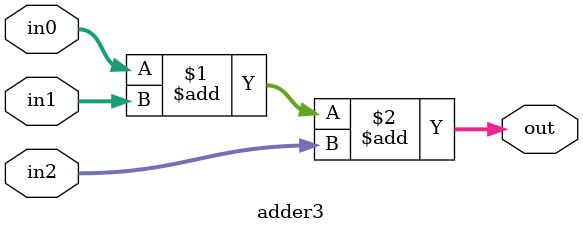
<source format=v>
`timescale 1ns / 1ps

module adder3 #(parameter DATA_BITWIDTH         = 16)
              ( input [DATA_BITWIDTH-1:0] in0, in1, in2,
                output [DATA_BITWIDTH-1:0] out);

    assign out = in0 + in1 + in2;

endmodule
</source>
